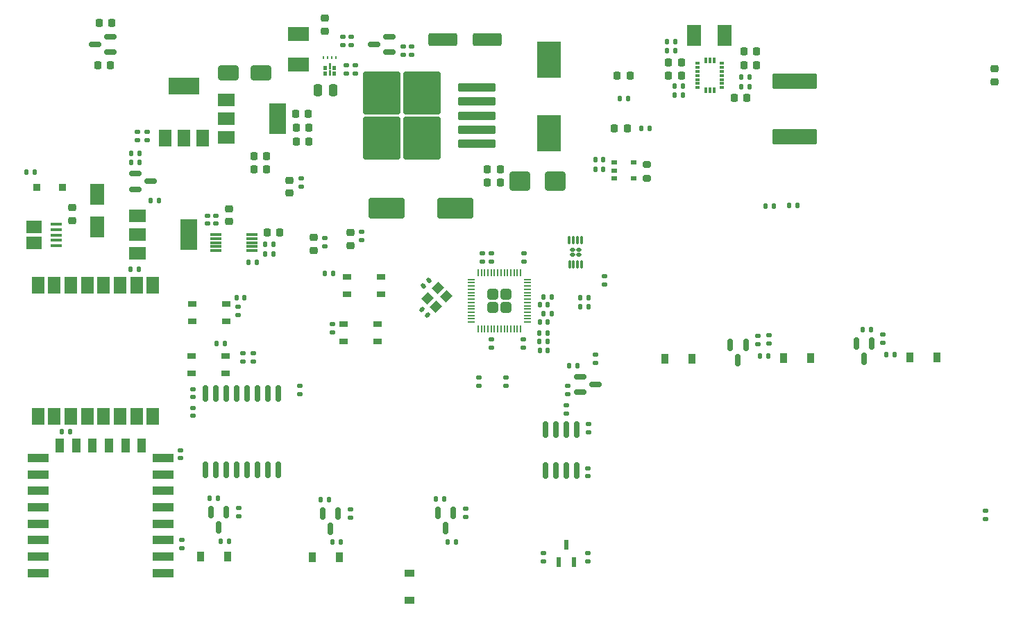
<source format=gbr>
G04 #@! TF.GenerationSoftware,KiCad,Pcbnew,7.0.2*
G04 #@! TF.CreationDate,2023-07-09T15:50:47+03:00*
G04 #@! TF.ProjectId,RpiPico_Agriboard,52706950-6963-46f5-9f41-677269626f61,rev?*
G04 #@! TF.SameCoordinates,Original*
G04 #@! TF.FileFunction,Paste,Top*
G04 #@! TF.FilePolarity,Positive*
%FSLAX46Y46*%
G04 Gerber Fmt 4.6, Leading zero omitted, Abs format (unit mm)*
G04 Created by KiCad (PCBNEW 7.0.2) date 2023-07-09 15:50:47*
%MOMM*%
%LPD*%
G01*
G04 APERTURE LIST*
G04 Aperture macros list*
%AMRoundRect*
0 Rectangle with rounded corners*
0 $1 Rounding radius*
0 $2 $3 $4 $5 $6 $7 $8 $9 X,Y pos of 4 corners*
0 Add a 4 corners polygon primitive as box body*
4,1,4,$2,$3,$4,$5,$6,$7,$8,$9,$2,$3,0*
0 Add four circle primitives for the rounded corners*
1,1,$1+$1,$2,$3*
1,1,$1+$1,$4,$5*
1,1,$1+$1,$6,$7*
1,1,$1+$1,$8,$9*
0 Add four rect primitives between the rounded corners*
20,1,$1+$1,$2,$3,$4,$5,0*
20,1,$1+$1,$4,$5,$6,$7,0*
20,1,$1+$1,$6,$7,$8,$9,0*
20,1,$1+$1,$8,$9,$2,$3,0*%
%AMRotRect*
0 Rectangle, with rotation*
0 The origin of the aperture is its center*
0 $1 length*
0 $2 width*
0 $3 Rotation angle, in degrees counterclockwise*
0 Add horizontal line*
21,1,$1,$2,0,0,$3*%
G04 Aperture macros list end*
%ADD10C,0.010000*%
%ADD11RoundRect,0.218750X-0.218750X-0.256250X0.218750X-0.256250X0.218750X0.256250X-0.218750X0.256250X0*%
%ADD12RoundRect,0.135000X-0.135000X-0.185000X0.135000X-0.185000X0.135000X0.185000X-0.135000X0.185000X0*%
%ADD13RoundRect,0.140000X0.140000X0.170000X-0.140000X0.170000X-0.140000X-0.170000X0.140000X-0.170000X0*%
%ADD14RoundRect,0.150000X-0.150000X0.825000X-0.150000X-0.825000X0.150000X-0.825000X0.150000X0.825000X0*%
%ADD15RoundRect,0.135000X0.185000X-0.135000X0.185000X0.135000X-0.185000X0.135000X-0.185000X-0.135000X0*%
%ADD16RoundRect,0.225000X0.225000X0.250000X-0.225000X0.250000X-0.225000X-0.250000X0.225000X-0.250000X0*%
%ADD17RoundRect,0.250000X0.250000X0.475000X-0.250000X0.475000X-0.250000X-0.475000X0.250000X-0.475000X0*%
%ADD18RoundRect,0.225000X-0.225000X-0.250000X0.225000X-0.250000X0.225000X0.250000X-0.225000X0.250000X0*%
%ADD19RoundRect,0.140000X-0.170000X0.140000X-0.170000X-0.140000X0.170000X-0.140000X0.170000X0.140000X0*%
%ADD20R,1.350000X0.400000*%
%ADD21R,1.900000X1.500000*%
%ADD22RoundRect,0.135000X-0.185000X0.135000X-0.185000X-0.135000X0.185000X-0.135000X0.185000X0.135000X0*%
%ADD23RoundRect,0.135000X0.135000X0.185000X-0.135000X0.185000X-0.135000X-0.185000X0.135000X-0.185000X0*%
%ADD24R,0.900000X1.200000*%
%ADD25RoundRect,0.218750X0.256250X-0.218750X0.256250X0.218750X-0.256250X0.218750X-0.256250X-0.218750X0*%
%ADD26R,2.000000X1.500000*%
%ADD27R,2.000000X3.800000*%
%ADD28RoundRect,0.150000X0.587500X0.150000X-0.587500X0.150000X-0.587500X-0.150000X0.587500X-0.150000X0*%
%ADD29R,1.050000X0.650000*%
%ADD30R,0.700000X0.510000*%
%ADD31RoundRect,0.249999X-0.395001X0.395001X-0.395001X-0.395001X0.395001X-0.395001X0.395001X0.395001X0*%
%ADD32RoundRect,0.050000X-0.050000X0.387500X-0.050000X-0.387500X0.050000X-0.387500X0.050000X0.387500X0*%
%ADD33RoundRect,0.050000X-0.387500X0.050000X-0.387500X-0.050000X0.387500X-0.050000X0.387500X0.050000X0*%
%ADD34RoundRect,0.150000X-0.150000X0.587500X-0.150000X-0.587500X0.150000X-0.587500X0.150000X0.587500X0*%
%ADD35RoundRect,0.140000X0.170000X-0.140000X0.170000X0.140000X-0.170000X0.140000X-0.170000X-0.140000X0*%
%ADD36RoundRect,0.140000X-0.140000X-0.170000X0.140000X-0.170000X0.140000X0.170000X-0.140000X0.170000X0*%
%ADD37R,0.500000X0.300000*%
%ADD38R,0.340000X0.800000*%
%ADD39R,1.500000X2.000000*%
%ADD40R,3.800000X2.000000*%
%ADD41R,2.500000X1.000000*%
%ADD42R,1.000000X1.800000*%
%ADD43RoundRect,0.150000X-0.587500X-0.150000X0.587500X-0.150000X0.587500X0.150000X-0.587500X0.150000X0*%
%ADD44R,2.500000X1.800000*%
%ADD45RoundRect,0.225000X0.250000X-0.225000X0.250000X0.225000X-0.250000X0.225000X-0.250000X-0.225000X0*%
%ADD46RoundRect,0.150000X0.150000X-0.875000X0.150000X0.875000X-0.150000X0.875000X-0.150000X-0.875000X0*%
%ADD47RoundRect,0.120000X-0.180000X0.120000X-0.180000X-0.120000X0.180000X-0.120000X0.180000X0.120000X0*%
%ADD48RoundRect,0.087500X-0.087500X0.412500X-0.087500X-0.412500X0.087500X-0.412500X0.087500X0.412500X0*%
%ADD49RoundRect,0.200000X0.275000X-0.200000X0.275000X0.200000X-0.275000X0.200000X-0.275000X-0.200000X0*%
%ADD50R,3.000000X4.500000*%
%ADD51R,0.600000X1.300000*%
%ADD52RoundRect,0.250000X1.500000X0.550000X-1.500000X0.550000X-1.500000X-0.550000X1.500000X-0.550000X0*%
%ADD53R,1.450000X0.300000*%
%ADD54R,1.800000X2.500000*%
%ADD55RoundRect,0.250000X-1.000000X-0.650000X1.000000X-0.650000X1.000000X0.650000X-1.000000X0.650000X0*%
%ADD56R,0.900000X0.950000*%
%ADD57RoundRect,0.140000X0.021213X-0.219203X0.219203X-0.021213X-0.021213X0.219203X-0.219203X0.021213X0*%
%ADD58R,0.250000X0.450000*%
%ADD59RoundRect,0.140000X-0.219203X-0.021213X-0.021213X-0.219203X0.219203X0.021213X0.021213X0.219203X0*%
%ADD60RoundRect,0.250000X2.050000X0.300000X-2.050000X0.300000X-2.050000X-0.300000X2.050000X-0.300000X0*%
%ADD61RoundRect,0.250000X2.025000X2.375000X-2.025000X2.375000X-2.025000X-2.375000X2.025000X-2.375000X0*%
%ADD62RoundRect,0.250000X1.000000X0.900000X-1.000000X0.900000X-1.000000X-0.900000X1.000000X-0.900000X0*%
%ADD63RoundRect,0.250000X1.950000X1.000000X-1.950000X1.000000X-1.950000X-1.000000X1.950000X-1.000000X0*%
%ADD64RotRect,1.150000X1.000000X225.000000*%
%ADD65R,1.200000X0.900000*%
%ADD66RoundRect,0.250000X2.475000X-0.712500X2.475000X0.712500X-2.475000X0.712500X-2.475000X-0.712500X0*%
G04 APERTURE END LIST*
D10*
X156475000Y-58172000D02*
X156125000Y-58172000D01*
X156125000Y-57697000D01*
X156475000Y-57697000D01*
X156475000Y-58172000D01*
G36*
X156475000Y-58172000D02*
G01*
X156125000Y-58172000D01*
X156125000Y-57697000D01*
X156475000Y-57697000D01*
X156475000Y-58172000D01*
G37*
X156950000Y-58172000D02*
X156750000Y-58172000D01*
X156750000Y-57547000D01*
X156950000Y-57547000D01*
X156950000Y-58172000D01*
G36*
X156950000Y-58172000D02*
G01*
X156750000Y-58172000D01*
X156750000Y-57547000D01*
X156950000Y-57547000D01*
X156950000Y-58172000D01*
G37*
X157575000Y-58172000D02*
X157225000Y-58172000D01*
X157225000Y-57697000D01*
X157575000Y-57697000D01*
X157575000Y-58172000D01*
G36*
X157575000Y-58172000D02*
G01*
X157225000Y-58172000D01*
X157225000Y-57697000D01*
X157575000Y-57697000D01*
X157575000Y-58172000D01*
G37*
X156475000Y-57497000D02*
X156125000Y-57497000D01*
X156125000Y-57022000D01*
X156475000Y-57022000D01*
X156475000Y-57497000D01*
G36*
X156475000Y-57497000D02*
G01*
X156125000Y-57497000D01*
X156125000Y-57022000D01*
X156475000Y-57022000D01*
X156475000Y-57497000D01*
G37*
X157575000Y-57497000D02*
X157225000Y-57497000D01*
X157225000Y-57022000D01*
X157575000Y-57022000D01*
X157575000Y-57497000D01*
G36*
X157575000Y-57497000D02*
G01*
X157225000Y-57497000D01*
X157225000Y-57022000D01*
X157575000Y-57022000D01*
X157575000Y-57497000D01*
G37*
X156950000Y-57347000D02*
X156750000Y-57347000D01*
X156750000Y-56722000D01*
X156950000Y-56722000D01*
X156950000Y-57347000D01*
G36*
X156950000Y-57347000D02*
G01*
X156750000Y-57347000D01*
X156750000Y-56722000D01*
X156950000Y-56722000D01*
X156950000Y-57347000D01*
G37*
D11*
X191962500Y-58250000D03*
X193537500Y-58250000D03*
D12*
X187405000Y-86450000D03*
X188425000Y-86450000D03*
D13*
X190240000Y-69700000D03*
X189280000Y-69700000D03*
D14*
X187005000Y-101425000D03*
X185735000Y-101425000D03*
X184465000Y-101425000D03*
X183195000Y-101425000D03*
X183195000Y-106375000D03*
X184465000Y-106375000D03*
X185735000Y-106375000D03*
X187005000Y-106375000D03*
D15*
X165837500Y-55720000D03*
X165837500Y-54700000D03*
D16*
X149212500Y-68065000D03*
X147662500Y-68065000D03*
D17*
X157325000Y-60050000D03*
X155425000Y-60050000D03*
D12*
X197990000Y-54100000D03*
X199010000Y-54100000D03*
D18*
X152812500Y-66265000D03*
X154362500Y-66265000D03*
D16*
X130275000Y-51825000D03*
X128725000Y-51825000D03*
D19*
X176575000Y-90420000D03*
X176575000Y-91380000D03*
D20*
X123487500Y-76375000D03*
X123487500Y-77025000D03*
X123487500Y-77675000D03*
X123487500Y-78325000D03*
X123487500Y-78975000D03*
D21*
X120787500Y-76675000D03*
X120787500Y-78675000D03*
D22*
X147600000Y-92090000D03*
X147600000Y-93110000D03*
D23*
X211060000Y-74150000D03*
X210040000Y-74150000D03*
X208110000Y-58400000D03*
X207090000Y-58400000D03*
D18*
X149255000Y-77330000D03*
X150805000Y-77330000D03*
D24*
X201050000Y-92737500D03*
X197750000Y-92737500D03*
D25*
X238000000Y-58962500D03*
X238000000Y-57387500D03*
D12*
X132665000Y-67675000D03*
X133685000Y-67675000D03*
D26*
X133420000Y-75340000D03*
X133420000Y-77640000D03*
D27*
X139720000Y-77640000D03*
D26*
X133420000Y-79940000D03*
D15*
X145800000Y-112010000D03*
X145800000Y-110990000D03*
D23*
X158210000Y-115125000D03*
X157190000Y-115125000D03*
D12*
X207090000Y-59600000D03*
X208110000Y-59600000D03*
D23*
X136030000Y-73480000D03*
X135010000Y-73480000D03*
D28*
X164175000Y-55350000D03*
X164175000Y-53450000D03*
X162300000Y-54400000D03*
D22*
X134612500Y-65080000D03*
X134612500Y-66100000D03*
D29*
X140115000Y-86050000D03*
X144265000Y-86050000D03*
X140115000Y-88200000D03*
X144265000Y-88200000D03*
D22*
X178375000Y-95090000D03*
X178375000Y-96110000D03*
D23*
X225810000Y-92300000D03*
X224790000Y-92300000D03*
D30*
X191600000Y-68850000D03*
X191600000Y-69800000D03*
X191600000Y-70750000D03*
X193920000Y-70750000D03*
X193920000Y-68850000D03*
D15*
X173450000Y-112110000D03*
X173450000Y-111090000D03*
D22*
X182950000Y-116490000D03*
X182950000Y-117510000D03*
D31*
X178375000Y-84900000D03*
X176775000Y-84900000D03*
X178375000Y-86500000D03*
X176775000Y-86500000D03*
D32*
X180175000Y-82262500D03*
X179775000Y-82262500D03*
X179375000Y-82262500D03*
X178975000Y-82262500D03*
X178575000Y-82262500D03*
X178175000Y-82262500D03*
X177775000Y-82262500D03*
X177375000Y-82262500D03*
X176975000Y-82262500D03*
X176575000Y-82262500D03*
X176175000Y-82262500D03*
X175775000Y-82262500D03*
X175375000Y-82262500D03*
X174975000Y-82262500D03*
D33*
X174137500Y-83100000D03*
X174137500Y-83500000D03*
X174137500Y-83900000D03*
X174137500Y-84300000D03*
X174137500Y-84700000D03*
X174137500Y-85100000D03*
X174137500Y-85500000D03*
X174137500Y-85900000D03*
X174137500Y-86300000D03*
X174137500Y-86700000D03*
X174137500Y-87100000D03*
X174137500Y-87500000D03*
X174137500Y-87900000D03*
X174137500Y-88300000D03*
D32*
X174975000Y-89137500D03*
X175375000Y-89137500D03*
X175775000Y-89137500D03*
X176175000Y-89137500D03*
X176575000Y-89137500D03*
X176975000Y-89137500D03*
X177375000Y-89137500D03*
X177775000Y-89137500D03*
X178175000Y-89137500D03*
X178575000Y-89137500D03*
X178975000Y-89137500D03*
X179375000Y-89137500D03*
X179775000Y-89137500D03*
X180175000Y-89137500D03*
D33*
X181012500Y-88300000D03*
X181012500Y-87900000D03*
X181012500Y-87500000D03*
X181012500Y-87100000D03*
X181012500Y-86700000D03*
X181012500Y-86300000D03*
X181012500Y-85900000D03*
X181012500Y-85500000D03*
X181012500Y-85100000D03*
X181012500Y-84700000D03*
X181012500Y-84300000D03*
X181012500Y-83900000D03*
X181012500Y-83500000D03*
X181012500Y-83100000D03*
D34*
X171950000Y-111600000D03*
X170050000Y-111600000D03*
X171000000Y-113475000D03*
D29*
X159000000Y-82775000D03*
X163150000Y-82775000D03*
X159000000Y-84925000D03*
X163150000Y-84925000D03*
D35*
X141950000Y-76255000D03*
X141950000Y-75295000D03*
D12*
X192240000Y-61000000D03*
X193260000Y-61000000D03*
D35*
X143000000Y-76255000D03*
X143000000Y-75295000D03*
D36*
X182970000Y-85200000D03*
X183930000Y-85200000D03*
D23*
X133570000Y-81880000D03*
X132550000Y-81880000D03*
D12*
X194890000Y-64700000D03*
X195910000Y-64700000D03*
D37*
X204750000Y-59700000D03*
X204750000Y-59200000D03*
X204750000Y-58700000D03*
X204750000Y-58200000D03*
X204750000Y-57700000D03*
X204750000Y-57200000D03*
X204750000Y-56700000D03*
X201750000Y-56700000D03*
X201750000Y-57200000D03*
X201750000Y-57700000D03*
X201750000Y-58200000D03*
X201750000Y-58700000D03*
X201750000Y-59200000D03*
X201750000Y-59700000D03*
D38*
X203750000Y-60050000D03*
X203750000Y-56350000D03*
X203250000Y-60050000D03*
X203250000Y-56350000D03*
X202750000Y-60050000D03*
X202750000Y-56350000D03*
D18*
X152737500Y-62890000D03*
X154287500Y-62890000D03*
D16*
X199775000Y-58200000D03*
X198225000Y-58200000D03*
D13*
X125195000Y-101640000D03*
X124235000Y-101640000D03*
D15*
X153200000Y-97110000D03*
X153200000Y-96090000D03*
X175100000Y-96110000D03*
X175100000Y-95090000D03*
D23*
X156810000Y-109925000D03*
X155790000Y-109925000D03*
D39*
X136812500Y-65840000D03*
X139112500Y-65840000D03*
D40*
X139112500Y-59540000D03*
D39*
X141412500Y-65840000D03*
D41*
X136550000Y-118900000D03*
X136550000Y-116900000D03*
X136550000Y-114900000D03*
X136550000Y-112900000D03*
X136550000Y-110900000D03*
X136550000Y-108900000D03*
X136550000Y-106900000D03*
X136550000Y-104900000D03*
D42*
X133950000Y-103400000D03*
X131950000Y-103400000D03*
X129950000Y-103400000D03*
X127950000Y-103400000D03*
X125950000Y-103400000D03*
X123950000Y-103400000D03*
D41*
X121350000Y-104900000D03*
X121350000Y-106900000D03*
X121350000Y-108900000D03*
X121350000Y-110900000D03*
X121350000Y-112900000D03*
X121350000Y-114900000D03*
X121350000Y-116900000D03*
X121350000Y-118900000D03*
D25*
X154900000Y-79575000D03*
X154900000Y-78000000D03*
D15*
X158900000Y-58010000D03*
X158900000Y-56990000D03*
D23*
X200010000Y-60600000D03*
X198990000Y-60600000D03*
D18*
X176125000Y-69700000D03*
X177675000Y-69700000D03*
D29*
X140065000Y-92400000D03*
X144215000Y-92400000D03*
X140065000Y-94550000D03*
X144215000Y-94550000D03*
D43*
X187462500Y-94950000D03*
X187462500Y-96850000D03*
X189337500Y-95900000D03*
D44*
X153100000Y-53150000D03*
X153100000Y-56850000D03*
D19*
X180475000Y-90420000D03*
X180475000Y-91380000D03*
D45*
X156300000Y-52775000D03*
X156300000Y-51225000D03*
D15*
X185750000Y-99470000D03*
X185750000Y-98450000D03*
D23*
X133670000Y-68775000D03*
X132650000Y-68775000D03*
D46*
X141755000Y-106350000D03*
X143025000Y-106350000D03*
X144295000Y-106350000D03*
X145565000Y-106350000D03*
X146835000Y-106350000D03*
X148105000Y-106350000D03*
X149375000Y-106350000D03*
X150645000Y-106350000D03*
X150645000Y-97050000D03*
X149375000Y-97050000D03*
X148105000Y-97050000D03*
X146835000Y-97050000D03*
X145565000Y-97050000D03*
X144295000Y-97050000D03*
X143025000Y-97050000D03*
X141755000Y-97050000D03*
D19*
X140175000Y-98770000D03*
X140175000Y-99730000D03*
D45*
X144575000Y-75995000D03*
X144575000Y-74445000D03*
D12*
X182465000Y-90700000D03*
X183485000Y-90700000D03*
D23*
X183485000Y-89600000D03*
X182465000Y-89600000D03*
D47*
X187250000Y-79500000D03*
X186500000Y-79500000D03*
X187250000Y-80100000D03*
X186500000Y-80100000D03*
D48*
X187625000Y-78300000D03*
X187125000Y-78300000D03*
X186625000Y-78300000D03*
X186125000Y-78300000D03*
X186135000Y-81300000D03*
X186635000Y-81300000D03*
X187135000Y-81300000D03*
X187635000Y-81300000D03*
D23*
X199010000Y-55200000D03*
X197990000Y-55200000D03*
D49*
X195560000Y-70725000D03*
X195560000Y-69075000D03*
D23*
X147960000Y-80970000D03*
X146940000Y-80970000D03*
X170860000Y-109900000D03*
X169840000Y-109900000D03*
D34*
X157900000Y-111625000D03*
X156000000Y-111625000D03*
X156950000Y-113500000D03*
D26*
X144262500Y-61190000D03*
X144262500Y-63490000D03*
D27*
X150562500Y-63490000D03*
D26*
X144262500Y-65790000D03*
D35*
X140175000Y-97430000D03*
X140175000Y-96470000D03*
D50*
X183600000Y-65300000D03*
X183600000Y-56250000D03*
D23*
X120920000Y-70000000D03*
X119900000Y-70000000D03*
D18*
X207400000Y-55300000D03*
X208950000Y-55300000D03*
D22*
X224390000Y-89790000D03*
X224390000Y-90810000D03*
X160000000Y-56990000D03*
X160000000Y-58010000D03*
D51*
X184800000Y-117550000D03*
X186700000Y-117550000D03*
X185750000Y-115450000D03*
D23*
X144610000Y-115000000D03*
X143590000Y-115000000D03*
D24*
X215550000Y-92725000D03*
X212250000Y-92725000D03*
D52*
X176100000Y-53800000D03*
X170700000Y-53800000D03*
D12*
X148965000Y-79970000D03*
X149985000Y-79970000D03*
D53*
X143000000Y-77595000D03*
X143000000Y-78095000D03*
X143000000Y-78595000D03*
X143000000Y-79095000D03*
X143000000Y-79595000D03*
X147400000Y-79595000D03*
X147400000Y-79095000D03*
X147400000Y-78595000D03*
X147400000Y-78095000D03*
X147400000Y-77595000D03*
D35*
X175475000Y-80880000D03*
X175475000Y-79920000D03*
D19*
X190400000Y-82720000D03*
X190400000Y-83680000D03*
D13*
X183455000Y-91800000D03*
X182495000Y-91800000D03*
D54*
X128550000Y-72725000D03*
X128550000Y-76725000D03*
D15*
X133437500Y-66100000D03*
X133437500Y-65080000D03*
D24*
X154750000Y-117025000D03*
X158050000Y-117025000D03*
D28*
X130137500Y-55350000D03*
X130137500Y-53450000D03*
X128262500Y-54400000D03*
D15*
X138850000Y-115860000D03*
X138850000Y-114840000D03*
D36*
X182495000Y-88300000D03*
X183455000Y-88300000D03*
D39*
X121300000Y-99800000D03*
X123300000Y-99800000D03*
X125300000Y-99800000D03*
X127300000Y-99800000D03*
X129300000Y-99800000D03*
X131300000Y-99800000D03*
X133300000Y-99800000D03*
X135300000Y-99800000D03*
X135300000Y-83800000D03*
X133300000Y-83800000D03*
X131300000Y-83800000D03*
X129300000Y-83800000D03*
X127300000Y-83800000D03*
X125300000Y-83800000D03*
X123300000Y-83800000D03*
X121300000Y-83800000D03*
D12*
X148965000Y-78845000D03*
X149985000Y-78845000D03*
D55*
X144512500Y-57890000D03*
X148512500Y-57890000D03*
D16*
X149187500Y-69690000D03*
X147637500Y-69690000D03*
D24*
X141150000Y-116900000D03*
X144450000Y-116900000D03*
D56*
X121125000Y-71900000D03*
X124275000Y-71900000D03*
D15*
X145700000Y-87460000D03*
X145700000Y-86440000D03*
X159500000Y-54510000D03*
X159500000Y-53490000D03*
X159400000Y-112135000D03*
X159400000Y-111115000D03*
D12*
X187405000Y-85350000D03*
X188425000Y-85350000D03*
D22*
X188400000Y-116490000D03*
X188400000Y-117510000D03*
D12*
X143090000Y-90900000D03*
X144110000Y-90900000D03*
D57*
X168335589Y-83889411D03*
X169014411Y-83210589D03*
D24*
X230940000Y-92600000D03*
X227640000Y-92600000D03*
D58*
X157600000Y-55997000D03*
X157100000Y-55997000D03*
X156600000Y-55997000D03*
X156100000Y-55997000D03*
D22*
X166897000Y-54712500D03*
X166897000Y-55732500D03*
X210500000Y-89890000D03*
X210500000Y-90910000D03*
D59*
X168160589Y-86735589D03*
X168839411Y-87414411D03*
D15*
X236850000Y-112295000D03*
X236850000Y-111275000D03*
D13*
X190240000Y-68500000D03*
X189280000Y-68500000D03*
D16*
X199775000Y-56600000D03*
X198225000Y-56600000D03*
D60*
X174825000Y-66500000D03*
X174825000Y-64800000D03*
X174825000Y-63100000D03*
D61*
X168100000Y-65875000D03*
X168100000Y-60325000D03*
X163250000Y-65875000D03*
X163250000Y-60325000D03*
D60*
X174825000Y-61400000D03*
X174825000Y-59700000D03*
D12*
X212940000Y-74100000D03*
X213960000Y-74100000D03*
X186090000Y-93600000D03*
X187110000Y-93600000D03*
D18*
X207400000Y-56945000D03*
X208950000Y-56945000D03*
D36*
X182970000Y-87300000D03*
X183930000Y-87300000D03*
D25*
X151925000Y-72562500D03*
X151925000Y-70987500D03*
D15*
X156275000Y-79097500D03*
X156275000Y-78077500D03*
D54*
X201350000Y-53300000D03*
X205050000Y-53300000D03*
D25*
X159400000Y-78975000D03*
X159400000Y-77400000D03*
D43*
X133187500Y-70175000D03*
X133187500Y-72075000D03*
X135062500Y-71125000D03*
D35*
X176575000Y-80880000D03*
X176575000Y-79920000D03*
D16*
X130150000Y-56950000D03*
X128600000Y-56950000D03*
D62*
X184350000Y-71100000D03*
X180050000Y-71100000D03*
D23*
X210410000Y-92400000D03*
X209390000Y-92400000D03*
D15*
X157200000Y-89520000D03*
X157200000Y-88500000D03*
D34*
X207650000Y-91050000D03*
X205750000Y-91050000D03*
X206700000Y-92925000D03*
D25*
X125500000Y-75887500D03*
X125500000Y-74312500D03*
D63*
X172200000Y-74400000D03*
X163800000Y-74400000D03*
D18*
X176125000Y-71300000D03*
X177675000Y-71300000D03*
D15*
X160800000Y-78310000D03*
X160800000Y-77290000D03*
D23*
X222900000Y-89200000D03*
X221880000Y-89200000D03*
D15*
X209100000Y-91010000D03*
X209100000Y-89990000D03*
D29*
X162700000Y-90700000D03*
X158550000Y-90700000D03*
X162700000Y-88550000D03*
X158550000Y-88550000D03*
D11*
X191625000Y-64700000D03*
X193200000Y-64700000D03*
D22*
X158475000Y-53490000D03*
X158475000Y-54510000D03*
D18*
X206225000Y-60900000D03*
X207775000Y-60900000D03*
D15*
X153375000Y-71785000D03*
X153375000Y-70765000D03*
D34*
X144300000Y-111500000D03*
X142400000Y-111500000D03*
X143350000Y-113375000D03*
D64*
X170072488Y-84161307D03*
X168835051Y-85398744D03*
X169825000Y-86388693D03*
X171062437Y-85151256D03*
D35*
X180575000Y-80880000D03*
X180575000Y-79920000D03*
X188350000Y-107080000D03*
X188350000Y-106120000D03*
D36*
X182495000Y-86200000D03*
X183455000Y-86200000D03*
D35*
X138700000Y-104910000D03*
X138700000Y-103950000D03*
D12*
X156240000Y-82400000D03*
X157260000Y-82400000D03*
D18*
X152812500Y-64590000D03*
X154362500Y-64590000D03*
D65*
X166650000Y-118975000D03*
X166650000Y-122275000D03*
D22*
X146300000Y-92090000D03*
X146300000Y-93110000D03*
D23*
X143210000Y-109800000D03*
X142190000Y-109800000D03*
D13*
X146460000Y-85300000D03*
X145500000Y-85300000D03*
D15*
X188450000Y-101760000D03*
X188450000Y-100740000D03*
D34*
X223040000Y-90925000D03*
X221140000Y-90925000D03*
X222090000Y-92800000D03*
D66*
X213600000Y-65687500D03*
X213600000Y-58912500D03*
D22*
X189337500Y-92290000D03*
X189337500Y-93310000D03*
D12*
X198990000Y-59500000D03*
X200010000Y-59500000D03*
D23*
X172260000Y-115100000D03*
X171240000Y-115100000D03*
D22*
X185900000Y-96090000D03*
X185900000Y-97110000D03*
M02*

</source>
